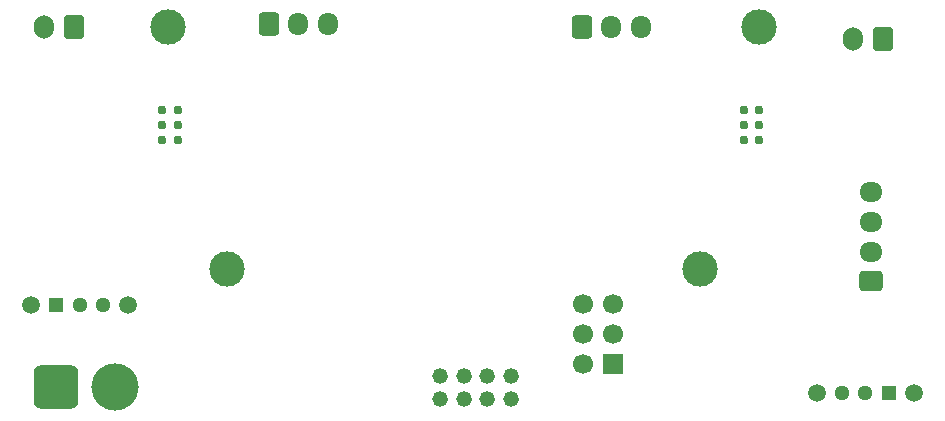
<source format=gbs>
G04 #@! TF.GenerationSoftware,KiCad,Pcbnew,9.0.2+dfsg-1*
G04 #@! TF.CreationDate,2025-08-18T22:10:54-04:00*
G04 #@! TF.ProjectId,Complex_Controller_V1,436f6d70-6c65-4785-9f43-6f6e74726f6c,rev?*
G04 #@! TF.SameCoordinates,Original*
G04 #@! TF.FileFunction,Soldermask,Bot*
G04 #@! TF.FilePolarity,Negative*
%FSLAX46Y46*%
G04 Gerber Fmt 4.6, Leading zero omitted, Abs format (unit mm)*
G04 Created by KiCad (PCBNEW 9.0.2+dfsg-1) date 2025-08-18 22:10:54*
%MOMM*%
%LPD*%
G01*
G04 APERTURE LIST*
G04 Aperture macros list*
%AMRoundRect*
0 Rectangle with rounded corners*
0 $1 Rounding radius*
0 $2 $3 $4 $5 $6 $7 $8 $9 X,Y pos of 4 corners*
0 Add a 4 corners polygon primitive as box body*
4,1,4,$2,$3,$4,$5,$6,$7,$8,$9,$2,$3,0*
0 Add four circle primitives for the rounded corners*
1,1,$1+$1,$2,$3*
1,1,$1+$1,$4,$5*
1,1,$1+$1,$6,$7*
1,1,$1+$1,$8,$9*
0 Add four rect primitives between the rounded corners*
20,1,$1+$1,$2,$3,$4,$5,0*
20,1,$1+$1,$4,$5,$6,$7,0*
20,1,$1+$1,$6,$7,$8,$9,0*
20,1,$1+$1,$8,$9,$2,$3,0*%
G04 Aperture macros list end*
%ADD10C,1.320800*%
%ADD11R,1.295400X1.295400*%
%ADD12C,1.295400*%
%ADD13C,1.498600*%
%ADD14C,0.770000*%
%ADD15RoundRect,0.760000X-1.140000X-1.140000X1.140000X-1.140000X1.140000X1.140000X-1.140000X1.140000X0*%
%ADD16C,4.000000*%
%ADD17C,3.000000*%
%ADD18RoundRect,0.250000X-0.600000X-0.725000X0.600000X-0.725000X0.600000X0.725000X-0.600000X0.725000X0*%
%ADD19O,1.700000X1.950000*%
%ADD20R,1.700000X1.700000*%
%ADD21C,1.700000*%
%ADD22RoundRect,0.250000X0.600000X0.750000X-0.600000X0.750000X-0.600000X-0.750000X0.600000X-0.750000X0*%
%ADD23O,1.700000X2.000000*%
%ADD24RoundRect,0.250000X0.725000X-0.600000X0.725000X0.600000X-0.725000X0.600000X-0.725000X-0.600000X0*%
%ADD25O,1.950000X1.700000*%
G04 APERTURE END LIST*
D10*
X146325000Y-118000000D03*
X146325000Y-120000001D03*
X148324999Y-118000000D03*
X148324999Y-120000001D03*
X150325000Y-118000000D03*
X150325000Y-120000001D03*
X152324998Y-118000000D03*
X152324998Y-120000001D03*
D11*
X113824999Y-112000000D03*
D12*
X115824999Y-112000000D03*
X117825000Y-112000000D03*
D13*
X111724998Y-112000000D03*
X119924999Y-112000000D03*
D11*
X184325000Y-119500000D03*
D12*
X182325000Y-119500000D03*
X180324999Y-119500000D03*
D13*
X186425001Y-119500000D03*
X178225000Y-119500000D03*
D14*
X172025000Y-95500000D03*
X172025000Y-96800000D03*
X172025000Y-98100000D03*
X173325000Y-95500000D03*
X173325000Y-96800000D03*
X173325000Y-98100000D03*
X122825000Y-95500000D03*
X122825000Y-96800000D03*
X122825000Y-98100000D03*
X124125000Y-95500000D03*
X124125000Y-96800000D03*
X124125000Y-98100000D03*
D15*
X113825000Y-119000000D03*
D16*
X118825000Y-119000000D03*
D17*
X123325000Y-88500000D03*
D18*
X158325000Y-88500000D03*
D19*
X160825000Y-88500000D03*
X163325000Y-88500000D03*
D20*
X161000000Y-117040000D03*
D21*
X158460000Y-117040000D03*
X161000000Y-114500000D03*
X158460000Y-114500000D03*
X161000000Y-111960000D03*
X158460000Y-111960000D03*
D17*
X168325000Y-109000000D03*
D22*
X183825000Y-89500000D03*
D23*
X181325000Y-89500000D03*
D17*
X128325000Y-109000000D03*
D24*
X182825000Y-110000000D03*
D25*
X182825000Y-107500000D03*
X182825000Y-105000000D03*
X182825000Y-102500000D03*
D22*
X115325000Y-88500000D03*
D23*
X112825000Y-88500000D03*
D18*
X131825000Y-88200000D03*
D19*
X134325000Y-88200000D03*
X136825000Y-88200000D03*
D17*
X173325000Y-88500000D03*
M02*

</source>
